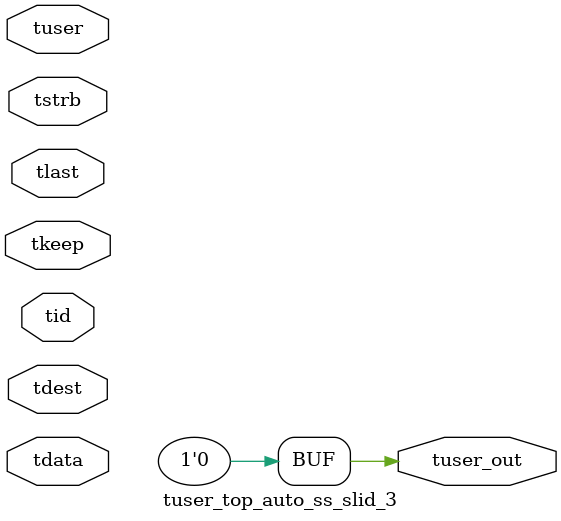
<source format=v>


`timescale 1ps/1ps

module tuser_top_auto_ss_slid_3 #
(
parameter C_S_AXIS_TUSER_WIDTH = 1,
parameter C_S_AXIS_TDATA_WIDTH = 32,
parameter C_S_AXIS_TID_WIDTH   = 0,
parameter C_S_AXIS_TDEST_WIDTH = 0,
parameter C_M_AXIS_TUSER_WIDTH = 1
)
(
input  [(C_S_AXIS_TUSER_WIDTH == 0 ? 1 : C_S_AXIS_TUSER_WIDTH)-1:0     ] tuser,
input  [(C_S_AXIS_TDATA_WIDTH == 0 ? 1 : C_S_AXIS_TDATA_WIDTH)-1:0     ] tdata,
input  [(C_S_AXIS_TID_WIDTH   == 0 ? 1 : C_S_AXIS_TID_WIDTH)-1:0       ] tid,
input  [(C_S_AXIS_TDEST_WIDTH == 0 ? 1 : C_S_AXIS_TDEST_WIDTH)-1:0     ] tdest,
input  [(C_S_AXIS_TDATA_WIDTH/8)-1:0 ] tkeep,
input  [(C_S_AXIS_TDATA_WIDTH/8)-1:0 ] tstrb,
input                                                                    tlast,
output [C_M_AXIS_TUSER_WIDTH-1:0] tuser_out
);

assign tuser_out = {1'b0};

endmodule


</source>
